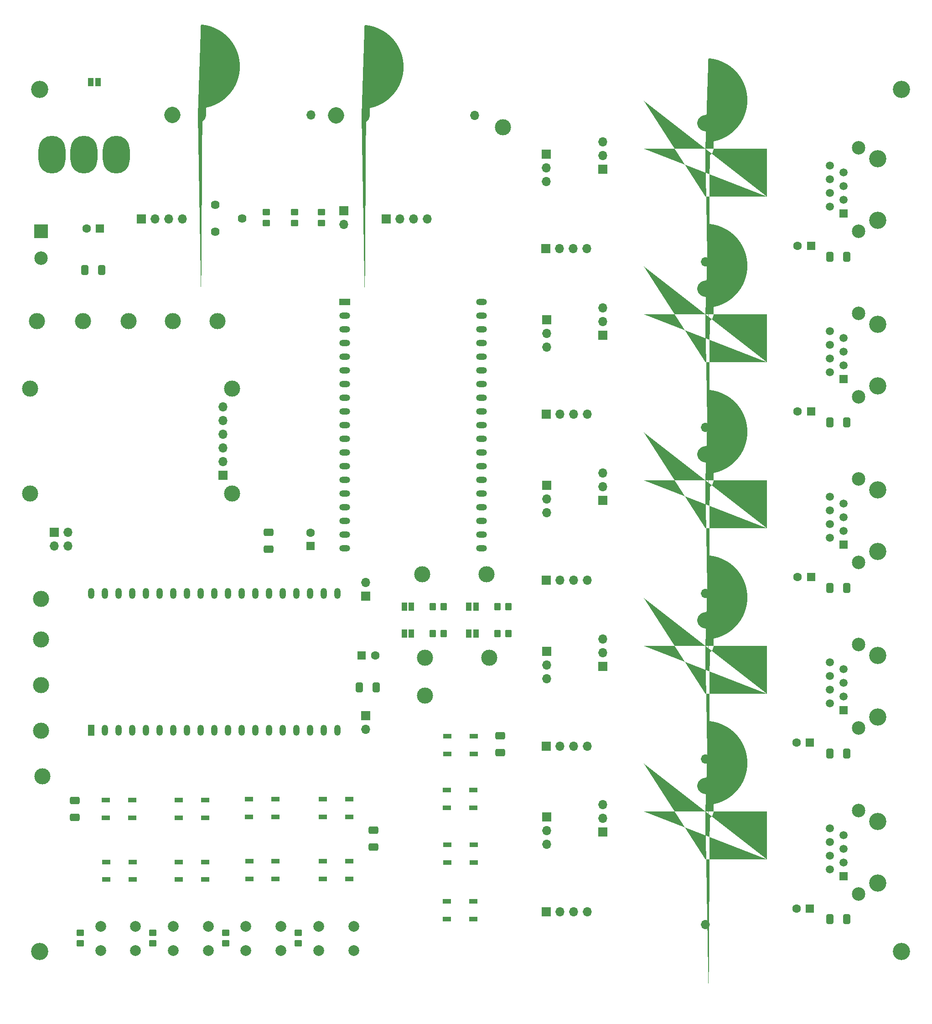
<source format=gts>
G04 #@! TF.GenerationSoftware,KiCad,Pcbnew,7.0.7*
G04 #@! TF.CreationDate,2024-01-31T17:57:02+01:00*
G04 #@! TF.ProjectId,AudioController,41756469-6f43-46f6-9e74-726f6c6c6572,V1.0*
G04 #@! TF.SameCoordinates,Original*
G04 #@! TF.FileFunction,Soldermask,Top*
G04 #@! TF.FilePolarity,Negative*
%FSLAX46Y46*%
G04 Gerber Fmt 4.6, Leading zero omitted, Abs format (unit mm)*
G04 Created by KiCad (PCBNEW 7.0.7) date 2024-01-31 17:57:02*
%MOMM*%
%LPD*%
G01*
G04 APERTURE LIST*
G04 Aperture macros list*
%AMRoundRect*
0 Rectangle with rounded corners*
0 $1 Rounding radius*
0 $2 $3 $4 $5 $6 $7 $8 $9 X,Y pos of 4 corners*
0 Add a 4 corners polygon primitive as box body*
4,1,4,$2,$3,$4,$5,$6,$7,$8,$9,$2,$3,0*
0 Add four circle primitives for the rounded corners*
1,1,$1+$1,$2,$3*
1,1,$1+$1,$4,$5*
1,1,$1+$1,$6,$7*
1,1,$1+$1,$8,$9*
0 Add four rect primitives between the rounded corners*
20,1,$1+$1,$2,$3,$4,$5,0*
20,1,$1+$1,$4,$5,$6,$7,0*
20,1,$1+$1,$6,$7,$8,$9,0*
20,1,$1+$1,$8,$9,$2,$3,0*%
%AMFreePoly0*
4,1,194,0.556446,16.780126,1.110056,16.720607,1.658009,16.621746,2.197514,16.484045,2.725821,16.308208,3.240237,16.095130,3.738142,15.845896,4.216998,15.561778,4.674366,15.244222,5.107914,14.894847,5.515433,14.515433,5.894847,14.107914,6.244222,13.674366,6.561778,13.216998,6.845896,12.738142,7.095130,12.240237,7.308208,11.725821,7.484045,11.197514,7.621746,10.658009,7.720607,10.110056,
7.780126,9.556446,7.800000,9.000000,7.780126,8.443554,7.720607,7.889944,7.621746,7.341991,7.484045,6.802486,7.308208,6.274179,7.095130,5.759763,6.845896,5.261858,6.561778,4.783002,6.244222,4.325634,5.894847,3.892086,5.515433,3.484567,5.107914,3.105153,4.674366,2.755778,4.216998,2.438222,3.738142,2.154104,3.240237,1.904870,2.725821,1.691792,2.197514,1.515955,
1.658009,1.378254,1.500000,1.349746,1.500000,0.000000,1.479542,-0.246892,1.418726,-0.487049,1.319211,-0.713921,1.183711,-0.921319,1.015922,-1.103586,0.820422,-1.255750,0.602543,-1.373660,0.500000,-1.408862,0.500000,-5.000000,0.479746,-5.140866,0.420627,-5.270320,0.327430,-5.377875,0.207708,-5.454816,0.071157,-5.494911,-0.071157,-5.494911,-0.207708,-5.454816,-0.327430,-5.377875,
-0.420627,-5.270320,-0.479746,-5.140866,-0.500000,-5.000000,-0.500000,-1.408862,-0.602543,-1.373660,-0.820422,-1.255750,-1.015922,-1.103586,-1.183711,-0.921319,-1.319211,-0.713921,-1.418726,-0.487049,-1.479542,-0.246892,-1.500000,0.000000,-1.500000,1.349746,-1.658009,1.378254,-2.197514,1.515955,-2.725821,1.691792,-3.240237,1.904870,-3.738142,2.154104,-4.216998,2.438222,-4.674366,2.755778,
-5.107914,3.105153,-5.515433,3.484567,-5.894847,3.892086,-6.244222,4.325634,-6.561778,4.783002,-6.845896,5.261858,-7.095130,5.759763,-7.308208,6.274179,-7.484045,6.802486,-7.621746,7.341991,-7.720607,7.889944,-7.780126,8.443554,-7.800000,9.000000,-5.804959,9.000000,-5.785132,8.520630,-5.725787,8.044535,-5.627329,7.574967,-5.490430,7.115133,-5.316027,6.668175,-5.105309,6.237145,
-4.859717,5.824988,-4.580928,5.434520,-4.270847,5.068408,-3.931592,4.729153,-3.565480,4.419072,-3.175012,4.140283,-2.762855,3.894691,-2.331825,3.683973,-1.884867,3.509570,-1.425033,3.372671,-0.955465,3.274213,-0.479370,3.214868,0.000000,3.195041,0.479370,3.214868,0.955465,3.274213,1.425033,3.372671,1.884867,3.509570,2.331825,3.683973,2.762855,3.894691,3.175012,4.140283,
3.565480,4.419072,3.931592,4.729153,4.270847,5.068408,4.580928,5.434520,4.859717,5.824988,5.105309,6.237145,5.316027,6.668175,5.490430,7.115133,5.627329,7.574967,5.725787,8.044535,5.785132,8.520630,5.804959,9.000000,5.785132,9.479370,5.725787,9.955465,5.627329,10.425033,5.490430,10.884867,5.316027,11.331825,5.105309,11.762855,4.859717,12.175012,4.580928,12.565480,
4.270847,12.931592,3.931592,13.270847,3.565480,13.580928,3.175012,13.859717,2.762855,14.105309,2.331825,14.316027,1.884867,14.490430,1.425033,14.627329,0.955465,14.725787,0.479370,14.785132,0.000000,14.804959,-0.479370,14.785132,-0.955465,14.725787,-1.425033,14.627329,-1.884867,14.490430,-2.331825,14.316027,-2.762855,14.105309,-3.175012,13.859717,-3.565480,13.580928,-3.931592,13.270847,
-4.270847,12.931592,-4.580928,12.565480,-4.859717,12.175012,-5.105309,11.762855,-5.316027,11.331825,-5.490430,10.884867,-5.627329,10.425033,-5.725787,9.955465,-5.785132,9.479370,-5.804959,9.000000,-7.800000,9.000000,-7.780126,9.556446,-7.720607,10.110056,-7.621746,10.658009,-7.484045,11.197514,-7.308208,11.725821,-7.095130,12.240237,-6.845896,12.738142,-6.561778,13.216998,-6.244222,13.674366,
-5.894847,14.107914,-5.515433,14.515433,-5.107914,14.894847,-4.674366,15.244222,-4.216998,15.561778,-3.738142,15.845896,-3.240237,16.095130,-2.725821,16.308208,-2.197514,16.484045,-1.658009,16.621746,-1.110056,16.720607,-0.556446,16.780126,0.000000,16.800000,0.556446,16.780126,0.556446,16.780126,$1*%
%AMFreePoly1*
4,1,39,0.368228,1.454100,0.602543,1.373660,0.820422,1.255750,1.015922,1.103586,1.183711,0.921319,1.319211,0.713921,1.418726,0.487049,1.479542,0.246892,1.500000,0.000000,1.479542,-0.246892,1.418726,-0.487049,1.319211,-0.713921,1.183711,-0.921319,1.015922,-1.103586,0.820422,-1.255750,0.602543,-1.373660,0.368228,-1.454100,0.123869,-1.494877,-0.123869,-1.494877,-0.368228,-1.454100,
-0.602543,-1.373660,-0.820422,-1.255750,-1.015922,-1.103586,-1.183711,-0.921319,-1.319211,-0.713921,-1.418726,-0.487049,-1.479542,-0.246892,-1.500000,0.000000,-1.479542,0.246892,-1.418726,0.487049,-1.319211,0.713921,-1.183711,0.921319,-1.015922,1.103586,-0.820422,1.255750,-0.602543,1.373660,-0.368228,1.454100,-0.123869,1.494877,0.123869,1.494877,0.368228,1.454100,0.368228,1.454100,
$1*%
G04 Aperture macros list end*
%ADD10C,3.000000*%
%ADD11R,1.700000X1.700000*%
%ADD12O,1.700000X1.700000*%
%ADD13RoundRect,0.250000X0.450000X-0.350000X0.450000X0.350000X-0.450000X0.350000X-0.450000X-0.350000X0*%
%ADD14C,3.200000*%
%ADD15R,1.500000X1.500000*%
%ADD16C,1.500000*%
%ADD17C,2.500000*%
%ADD18RoundRect,0.250000X-0.412500X-0.650000X0.412500X-0.650000X0.412500X0.650000X-0.412500X0.650000X0*%
%ADD19R,1.500000X0.900000*%
%ADD20FreePoly0,270.000000*%
%ADD21FreePoly1,270.000000*%
%ADD22R,1.600000X1.600000*%
%ADD23C,1.600000*%
%ADD24FreePoly0,180.000000*%
%ADD25FreePoly1,180.000000*%
%ADD26R,2.500000X2.500000*%
%ADD27RoundRect,0.250000X-0.350000X-0.450000X0.350000X-0.450000X0.350000X0.450000X-0.350000X0.450000X0*%
%ADD28C,2.000000*%
%ADD29R,2.000000X1.200000*%
%ADD30O,2.000000X1.200000*%
%ADD31R,1.000000X1.500000*%
%ADD32R,1.200000X2.000000*%
%ADD33O,1.200000X2.000000*%
%ADD34RoundRect,0.250000X0.650000X-0.412500X0.650000X0.412500X-0.650000X0.412500X-0.650000X-0.412500X0*%
%ADD35RoundRect,0.250000X0.412500X0.650000X-0.412500X0.650000X-0.412500X-0.650000X0.412500X-0.650000X0*%
%ADD36O,5.000000X7.000000*%
%ADD37C,1.620000*%
%ADD38RoundRect,0.250000X-0.650000X0.412500X-0.650000X-0.412500X0.650000X-0.412500X0.650000X0.412500X0*%
G04 APERTURE END LIST*
D10*
X135250000Y-152500000D03*
D11*
X191500000Y-80460000D03*
D12*
X191500000Y-83000000D03*
D13*
X142500000Y-216500000D03*
X142500000Y-214500000D03*
D14*
X290625000Y-82285000D03*
X290625000Y-70855000D03*
D15*
X284275000Y-81015000D03*
D16*
X281735000Y-79745000D03*
X284275000Y-78475000D03*
X281735000Y-77205000D03*
X284275000Y-75935000D03*
X281735000Y-74665000D03*
X284275000Y-73395000D03*
X281735000Y-72125000D03*
D17*
X287069000Y-84317000D03*
X287069000Y-68823000D03*
D18*
X281750000Y-181250000D03*
X284875000Y-181250000D03*
D19*
X160850000Y-201350000D03*
X160850000Y-204650000D03*
X165750000Y-204650000D03*
X165750000Y-201350000D03*
X165700000Y-193150000D03*
X165700000Y-189850000D03*
X160800000Y-189850000D03*
X160800000Y-193150000D03*
D12*
X215784000Y-62750000D03*
D20*
X194784000Y-62750000D03*
D21*
X190034000Y-62750000D03*
D22*
X278250000Y-87000000D03*
D23*
X275750000Y-87000000D03*
D22*
X146205113Y-83750000D03*
D23*
X143705113Y-83750000D03*
D11*
X229005000Y-87535000D03*
D12*
X231545000Y-87535000D03*
X234085000Y-87535000D03*
X236625000Y-87535000D03*
D11*
X137710000Y-140210000D03*
D12*
X140250000Y-140210000D03*
X137710000Y-142750000D03*
X140250000Y-142750000D03*
X258625000Y-120733000D03*
D24*
X258625000Y-99733000D03*
D25*
X258625000Y-94983000D03*
D26*
X135250000Y-84285000D03*
D17*
X135250000Y-89285000D03*
D13*
X183000000Y-216500000D03*
X183000000Y-214500000D03*
D27*
X220000000Y-154000000D03*
X222000000Y-154000000D03*
D19*
X192500000Y-193000000D03*
X192500000Y-189700000D03*
X187600000Y-189700000D03*
X187600000Y-193000000D03*
D28*
X173300000Y-213350000D03*
X179800000Y-213350000D03*
X173300000Y-217850000D03*
X179800000Y-217850000D03*
D11*
X229085000Y-149035000D03*
D12*
X231625000Y-149035000D03*
X234165000Y-149035000D03*
X236705000Y-149035000D03*
D11*
X195500000Y-174225000D03*
D12*
X195500000Y-176765000D03*
D10*
X135500000Y-185500000D03*
D12*
X258625000Y-213031000D03*
D24*
X258625000Y-192031000D03*
D25*
X258625000Y-187281000D03*
D12*
X258625000Y-182271000D03*
D24*
X258625000Y-161271000D03*
D25*
X258625000Y-156521000D03*
D29*
X191600000Y-97395000D03*
D30*
X191600000Y-99935000D03*
X191600000Y-102475000D03*
X191600000Y-105015000D03*
X191600000Y-107555000D03*
X191600000Y-110095000D03*
X191600000Y-112635000D03*
X191600000Y-115175000D03*
X191600000Y-117715000D03*
X191600000Y-120255000D03*
X191600000Y-122795000D03*
X191600000Y-125335000D03*
X191600000Y-127875000D03*
X191600000Y-130415000D03*
X191600000Y-132955000D03*
X191600000Y-135495000D03*
X191600000Y-138035000D03*
X191600000Y-140575000D03*
X191600000Y-143115000D03*
X216996320Y-143112280D03*
X216996320Y-140572280D03*
X217000000Y-138035000D03*
X217000000Y-135495000D03*
X217000000Y-132955000D03*
X217000000Y-130415000D03*
X217000000Y-127875000D03*
X217000000Y-125335000D03*
X217000000Y-122795000D03*
X217000000Y-120255000D03*
X217000000Y-117715000D03*
X217000000Y-115175000D03*
X217000000Y-112635000D03*
X217000000Y-110095000D03*
X217000000Y-107555000D03*
X217000000Y-105015000D03*
X217000000Y-102475000D03*
X217000000Y-99935000D03*
X217000000Y-97395000D03*
D11*
X239569000Y-72782000D03*
D12*
X239569000Y-70242000D03*
X239569000Y-67702000D03*
D14*
X290625000Y-113035000D03*
X290625000Y-101605000D03*
D15*
X284275000Y-111765000D03*
D16*
X281735000Y-110495000D03*
X284275000Y-109225000D03*
X281735000Y-107955000D03*
X284275000Y-106685000D03*
X281735000Y-105415000D03*
X284275000Y-104145000D03*
X281735000Y-102875000D03*
D17*
X287069000Y-115067000D03*
X287069000Y-99573000D03*
D18*
X281687500Y-150500000D03*
X284812500Y-150500000D03*
D11*
X229125000Y-100705000D03*
D12*
X229125000Y-103245000D03*
X229125000Y-105785000D03*
D14*
X290625000Y-174465000D03*
X290625000Y-163035000D03*
D15*
X284275000Y-173195000D03*
D16*
X281735000Y-171925000D03*
X284275000Y-170655000D03*
X281735000Y-169385000D03*
X284275000Y-168115000D03*
X281735000Y-166845000D03*
X284275000Y-165575000D03*
X281735000Y-164305000D03*
D17*
X287069000Y-176497000D03*
X287069000Y-161003000D03*
D11*
X229085000Y-179855000D03*
D12*
X231625000Y-179855000D03*
X234165000Y-179855000D03*
X236705000Y-179855000D03*
D19*
X147350000Y-201350000D03*
X147350000Y-204650000D03*
X152250000Y-204650000D03*
X152250000Y-201350000D03*
D13*
X187300000Y-82750000D03*
X187300000Y-80750000D03*
D11*
X153880000Y-82000000D03*
D12*
X156420000Y-82000000D03*
X158960000Y-82000000D03*
X161500000Y-82000000D03*
D31*
X202700000Y-154000000D03*
X204000000Y-154000000D03*
D13*
X169500000Y-216500000D03*
X169500000Y-214500000D03*
D32*
X144596560Y-176950000D03*
D33*
X147136560Y-176950000D03*
X149676560Y-176950000D03*
X152216560Y-176950000D03*
X154756560Y-176950000D03*
X157296560Y-176950000D03*
X159836560Y-176950000D03*
X162376560Y-176950000D03*
X164916560Y-176950000D03*
X167456560Y-176950000D03*
X169996560Y-176950000D03*
X172536560Y-176950000D03*
X175076560Y-176950000D03*
X177616560Y-176950000D03*
X180156560Y-176950000D03*
X182696560Y-176950000D03*
X185236560Y-176950000D03*
X187776560Y-176950000D03*
X190316560Y-176950000D03*
X190313840Y-151553680D03*
X187773840Y-151553680D03*
X185236560Y-151550000D03*
X182696560Y-151550000D03*
X180156560Y-151550000D03*
X177616560Y-151550000D03*
X175076560Y-151550000D03*
X172536560Y-151550000D03*
X169996560Y-151550000D03*
X167456560Y-151550000D03*
X164916560Y-151550000D03*
X162376560Y-151550000D03*
X159836560Y-151550000D03*
X157296560Y-151550000D03*
X154756560Y-151550000D03*
X152216560Y-151550000D03*
X149676560Y-151550000D03*
X147136560Y-151550000D03*
X144596560Y-151550000D03*
D10*
X134500000Y-101000000D03*
X135250000Y-168500000D03*
D28*
X159800000Y-213350000D03*
X166300000Y-213350000D03*
X159800000Y-217850000D03*
X166300000Y-217850000D03*
D19*
X187600000Y-201200000D03*
X187600000Y-204500000D03*
X192500000Y-204500000D03*
X192500000Y-201200000D03*
D10*
X135250000Y-160035000D03*
D28*
X186800000Y-213350000D03*
X193300000Y-213350000D03*
X186800000Y-217850000D03*
X193300000Y-217850000D03*
D19*
X178750000Y-193000000D03*
X178750000Y-189700000D03*
X173850000Y-189700000D03*
X173850000Y-193000000D03*
D28*
X146300000Y-213350000D03*
X152800000Y-213350000D03*
X146300000Y-217850000D03*
X152800000Y-217850000D03*
D10*
X206500000Y-163500000D03*
D22*
X278000000Y-179250000D03*
D23*
X275500000Y-179250000D03*
D11*
X229125000Y-131455000D03*
D12*
X229125000Y-133995000D03*
X229125000Y-136535000D03*
D22*
X278250000Y-148500000D03*
D23*
X275750000Y-148500000D03*
D14*
X295000000Y-58000000D03*
D19*
X215500000Y-212000000D03*
X215500000Y-208700000D03*
X210600000Y-208700000D03*
X210600000Y-212000000D03*
D34*
X141500000Y-193062500D03*
X141500000Y-189937500D03*
D14*
X295000000Y-218000000D03*
D22*
X278250000Y-117750000D03*
D23*
X275750000Y-117750000D03*
D11*
X229085000Y-118285000D03*
D12*
X231625000Y-118285000D03*
X234165000Y-118285000D03*
X236705000Y-118285000D03*
X258625000Y-89983000D03*
D24*
X258625000Y-68983000D03*
D25*
X258625000Y-64233000D03*
D13*
X156000000Y-216500000D03*
X156000000Y-214500000D03*
D14*
X135000000Y-218000000D03*
D18*
X281687500Y-89000000D03*
X284812500Y-89000000D03*
D10*
X168000000Y-101000000D03*
X206000000Y-148000000D03*
D31*
X214700000Y-159000000D03*
X216000000Y-159000000D03*
D11*
X199380000Y-82000000D03*
D12*
X201920000Y-82000000D03*
X204460000Y-82000000D03*
X207000000Y-82000000D03*
D34*
X220500000Y-181062500D03*
X220500000Y-177937500D03*
D27*
X208000000Y-154000000D03*
X210000000Y-154000000D03*
D11*
X195500000Y-152000000D03*
D12*
X195500000Y-149460000D03*
D11*
X229085000Y-210615000D03*
D12*
X231625000Y-210615000D03*
X234165000Y-210615000D03*
X236705000Y-210615000D03*
D18*
X194375000Y-169000000D03*
X197500000Y-169000000D03*
D11*
X229125000Y-162275000D03*
D12*
X229125000Y-164815000D03*
X229125000Y-167355000D03*
D14*
X135000000Y-58000000D03*
D35*
X146500000Y-91500000D03*
X143375000Y-91500000D03*
D34*
X177500000Y-143312500D03*
X177500000Y-140187500D03*
D11*
X239569000Y-103572000D03*
D12*
X239569000Y-101032000D03*
X239569000Y-98492000D03*
D10*
X151500000Y-101000000D03*
X135250000Y-177000000D03*
D14*
X290625000Y-205250000D03*
X290625000Y-193820000D03*
D15*
X284275000Y-203980000D03*
D16*
X281735000Y-202710000D03*
X284275000Y-201440000D03*
X281735000Y-200170000D03*
X284275000Y-198900000D03*
X281735000Y-197630000D03*
X284275000Y-196360000D03*
X281735000Y-195090000D03*
D17*
X287069000Y-207282000D03*
X287069000Y-191788000D03*
D13*
X182300000Y-82750000D03*
X182300000Y-80750000D03*
D10*
X170750000Y-133000000D03*
X170750000Y-113500000D03*
X133250000Y-133000000D03*
X133250000Y-113500000D03*
D11*
X169000000Y-129600000D03*
D12*
X169000000Y-127060000D03*
X169000000Y-124520000D03*
X169000000Y-121980000D03*
X169000000Y-119440000D03*
X169000000Y-116900000D03*
D22*
X278000000Y-210000000D03*
D23*
X275500000Y-210000000D03*
D13*
X177050000Y-82750000D03*
X177050000Y-80750000D03*
D10*
X206500000Y-170500000D03*
D14*
X290625000Y-143750000D03*
X290625000Y-132320000D03*
D15*
X284275000Y-142480000D03*
D16*
X281735000Y-141210000D03*
X284275000Y-139940000D03*
X281735000Y-138670000D03*
X284275000Y-137400000D03*
X281735000Y-136130000D03*
X284275000Y-134860000D03*
X281735000Y-133590000D03*
D17*
X287069000Y-145782000D03*
X287069000Y-130288000D03*
D10*
X143000000Y-101000000D03*
D11*
X239569000Y-165032000D03*
D12*
X239569000Y-162492000D03*
X239569000Y-159952000D03*
D31*
X214700000Y-154000000D03*
X216000000Y-154000000D03*
D10*
X221000000Y-65000000D03*
X218000000Y-148000000D03*
D31*
X145800000Y-56600000D03*
X144500000Y-56600000D03*
D36*
X137300000Y-70100000D03*
X143200000Y-70100000D03*
X149200000Y-70100000D03*
D27*
X220000000Y-159000000D03*
X222000000Y-159000000D03*
D18*
X281750000Y-212000000D03*
X284875000Y-212000000D03*
D37*
X167550000Y-84400000D03*
X172550000Y-81900000D03*
X167550000Y-79400000D03*
D19*
X215500000Y-191350000D03*
X215500000Y-188050000D03*
X210600000Y-188050000D03*
X210600000Y-191350000D03*
D22*
X194794887Y-163000000D03*
D23*
X197294887Y-163000000D03*
D31*
X202700000Y-159000000D03*
X204000000Y-159000000D03*
D11*
X229125000Y-193035000D03*
D12*
X229125000Y-195575000D03*
X229125000Y-198115000D03*
D22*
X185250000Y-142750000D03*
D23*
X185250000Y-140250000D03*
D11*
X239569000Y-195782000D03*
D12*
X239569000Y-193242000D03*
X239569000Y-190702000D03*
X185400000Y-62700000D03*
D20*
X164400000Y-62700000D03*
D21*
X159650000Y-62700000D03*
D19*
X152150000Y-193150000D03*
X152150000Y-189850000D03*
X147250000Y-189850000D03*
X147250000Y-193150000D03*
X173900000Y-201200000D03*
X173900000Y-204500000D03*
X178800000Y-204500000D03*
X178800000Y-201200000D03*
D27*
X208000000Y-159000000D03*
X210000000Y-159000000D03*
D11*
X229085000Y-70010000D03*
D12*
X229085000Y-72550000D03*
X229085000Y-75090000D03*
D38*
X197000000Y-195437500D03*
X197000000Y-198562500D03*
D10*
X218500000Y-163500000D03*
D12*
X258625000Y-151483000D03*
D24*
X258625000Y-130483000D03*
D25*
X258625000Y-125733000D03*
D19*
X215600000Y-181300000D03*
X215600000Y-178000000D03*
X210700000Y-178000000D03*
X210700000Y-181300000D03*
X215600000Y-201500000D03*
X215600000Y-198200000D03*
X210700000Y-198200000D03*
X210700000Y-201500000D03*
D18*
X281750000Y-119750000D03*
X284875000Y-119750000D03*
D11*
X239569000Y-134282000D03*
D12*
X239569000Y-131742000D03*
X239569000Y-129202000D03*
D10*
X159750000Y-101000000D03*
M02*

</source>
